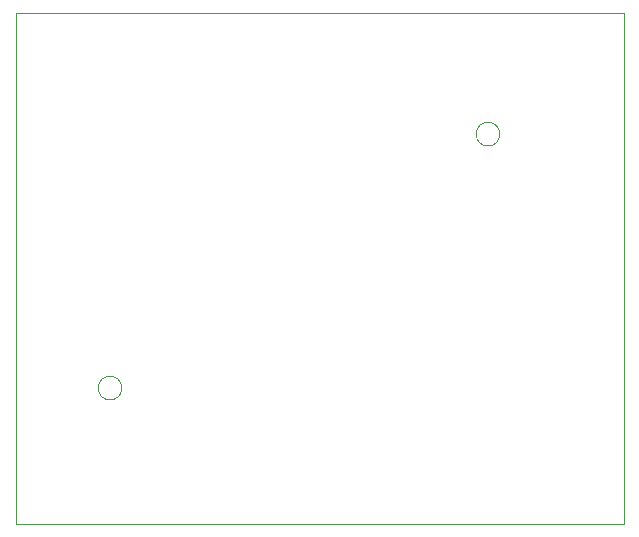
<source format=gbr>
%TF.GenerationSoftware,KiCad,Pcbnew,9.0.1*%
%TF.CreationDate,2025-10-26T21:15:08-04:00*%
%TF.ProjectId,Drone-Flight-Controller,44726f6e-652d-4466-9c69-6768742d436f,rev?*%
%TF.SameCoordinates,Original*%
%TF.FileFunction,Profile,NP*%
%FSLAX46Y46*%
G04 Gerber Fmt 4.6, Leading zero omitted, Abs format (unit mm)*
G04 Created by KiCad (PCBNEW 9.0.1) date 2025-10-26 21:15:08*
%MOMM*%
%LPD*%
G01*
G04 APERTURE LIST*
%TA.AperFunction,Profile*%
%ADD10C,0.050000*%
%TD*%
G04 APERTURE END LIST*
D10*
X26000000Y-62500000D02*
G75*
G02*
X24000000Y-62500000I-1000000J0D01*
G01*
X24000000Y-62500000D02*
G75*
G02*
X26000000Y-62500000I1000000J0D01*
G01*
X58000000Y-41000000D02*
G75*
G02*
X56000000Y-41000000I-1000000J0D01*
G01*
X56000000Y-41000000D02*
G75*
G02*
X58000000Y-41000000I1000000J0D01*
G01*
X17000000Y-30750000D02*
X68500000Y-30750000D01*
X68500000Y-74000000D01*
X17000000Y-74000000D01*
X17000000Y-30750000D01*
M02*

</source>
